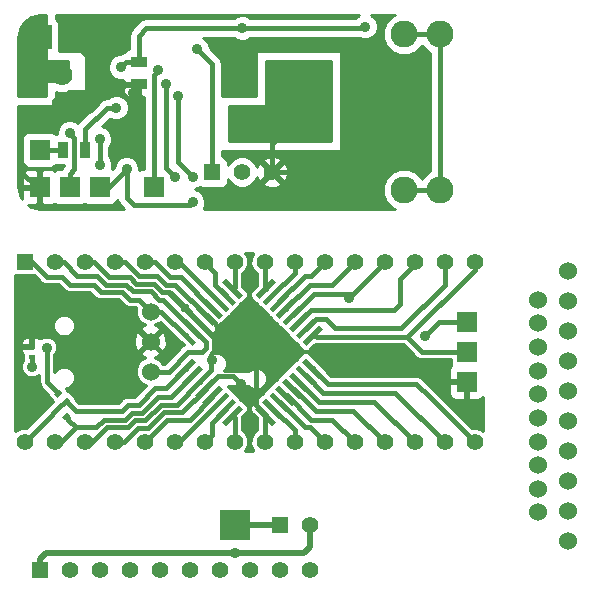
<source format=gbl>
G04 (created by PCBNEW (2013-dec-23)-stable) date Mon 09 Jun 2014 07:47:59 PM MDT*
%MOIN*%
G04 Gerber Fmt 3.4, Leading zero omitted, Abs format*
%FSLAX34Y34*%
G01*
G70*
G90*
G04 APERTURE LIST*
%ADD10C,0.00590551*%
%ADD11R,0.055X0.055*%
%ADD12C,0.055*%
%ADD13C,0.06*%
%ADD14R,0.07X0.07*%
%ADD15R,0.0591X0.0591*%
%ADD16C,0.0591*%
%ADD17C,0.08*%
%ADD18R,0.08X0.08*%
%ADD19C,0.07*%
%ADD20C,0.16*%
%ADD21C,0.09*%
%ADD22R,0.055X0.035*%
%ADD23R,0.035X0.055*%
%ADD24R,0.0236X0.0157*%
%ADD25R,0.1X0.1*%
%ADD26C,0.035*%
%ADD27C,0.015*%
%ADD28C,0.02*%
%ADD29C,0.06*%
%ADD30C,0.01*%
%ADD31C,0.013*%
G04 APERTURE END LIST*
G54D10*
G54D11*
X14500Y-28250D03*
G54D12*
X15500Y-28250D03*
X16500Y-28250D03*
X17500Y-28250D03*
X18500Y-28250D03*
X19500Y-28250D03*
X20500Y-28250D03*
X21500Y-28250D03*
X22500Y-28250D03*
X23500Y-28250D03*
G54D13*
X32100Y-27300D03*
X32100Y-26300D03*
X32100Y-25300D03*
X32100Y-24300D03*
X32100Y-23300D03*
X32100Y-22300D03*
X32100Y-21300D03*
X32100Y-20300D03*
X32100Y-19300D03*
X32100Y-18300D03*
X31100Y-26343D03*
X31100Y-25555D03*
X31100Y-24768D03*
X31100Y-23981D03*
X31100Y-23193D03*
X31100Y-22406D03*
X31100Y-21618D03*
X31100Y-20831D03*
X31100Y-20044D03*
X31100Y-19256D03*
G54D14*
X18300Y-15500D03*
G54D15*
X14150Y-12050D03*
G54D16*
X14150Y-13050D03*
G54D17*
X15750Y-10500D03*
G54D18*
X14500Y-10500D03*
G54D14*
X14500Y-14250D03*
G54D19*
X15250Y-12750D03*
X15250Y-11750D03*
G54D11*
X20250Y-15000D03*
G54D12*
X21250Y-15000D03*
X22250Y-15000D03*
G54D20*
X24550Y-15200D03*
G54D21*
X26650Y-10400D03*
X27850Y-10400D03*
X26650Y-15600D03*
X27850Y-15600D03*
G54D14*
X14500Y-15500D03*
X15500Y-15500D03*
X16500Y-15500D03*
G54D22*
X17800Y-11325D03*
X17800Y-12075D03*
G54D23*
X15275Y-14250D03*
X16025Y-14250D03*
G54D12*
X22000Y-18000D03*
X23000Y-18000D03*
X24000Y-18000D03*
X25000Y-18000D03*
X26000Y-18000D03*
X27000Y-18000D03*
X28000Y-18000D03*
X29000Y-18000D03*
G54D11*
X14000Y-18000D03*
G54D12*
X15000Y-18000D03*
X16000Y-18000D03*
X17000Y-18000D03*
X18000Y-18000D03*
X19000Y-18000D03*
X20000Y-18000D03*
X21000Y-18000D03*
X21000Y-24000D03*
X20000Y-24000D03*
X19000Y-24000D03*
X18000Y-24000D03*
X17000Y-24000D03*
X16000Y-24000D03*
X15000Y-24000D03*
X14000Y-24000D03*
X29000Y-24000D03*
X28000Y-24000D03*
X27000Y-24000D03*
X26000Y-24000D03*
X25000Y-24000D03*
X24000Y-24000D03*
X23000Y-24000D03*
X22000Y-24000D03*
G54D10*
G36*
X20591Y-18670D02*
X20716Y-18545D01*
X21273Y-19102D01*
X21147Y-19227D01*
X20591Y-18670D01*
X20591Y-18670D01*
G37*
G36*
X20368Y-18893D02*
X20493Y-18768D01*
X21050Y-19324D01*
X20925Y-19450D01*
X20368Y-18893D01*
X20368Y-18893D01*
G37*
G36*
X20145Y-19116D02*
X20271Y-18991D01*
X20827Y-19547D01*
X20702Y-19672D01*
X20145Y-19116D01*
X20145Y-19116D01*
G37*
G36*
X19923Y-19339D02*
X20048Y-19213D01*
X20604Y-19770D01*
X20479Y-19895D01*
X19923Y-19339D01*
X19923Y-19339D01*
G37*
G36*
X19700Y-19561D02*
X19825Y-19436D01*
X20382Y-19993D01*
X20256Y-20118D01*
X19700Y-19561D01*
X19700Y-19561D01*
G37*
G36*
X19477Y-19784D02*
X19602Y-19659D01*
X20159Y-20215D01*
X20034Y-20340D01*
X19477Y-19784D01*
X19477Y-19784D01*
G37*
G36*
X19254Y-20007D02*
X19380Y-19882D01*
X19936Y-20438D01*
X19811Y-20563D01*
X19254Y-20007D01*
X19254Y-20007D01*
G37*
G36*
X19032Y-20229D02*
X19157Y-20104D01*
X19713Y-20661D01*
X19588Y-20786D01*
X19032Y-20229D01*
X19032Y-20229D01*
G37*
G36*
X21696Y-22891D02*
X21821Y-22766D01*
X22378Y-23322D01*
X22253Y-23448D01*
X21696Y-22891D01*
X21696Y-22891D01*
G37*
G36*
X23259Y-21328D02*
X23384Y-21203D01*
X23940Y-21760D01*
X23815Y-21885D01*
X23259Y-21328D01*
X23259Y-21328D01*
G37*
G36*
X23033Y-21555D02*
X23158Y-21429D01*
X23714Y-21986D01*
X23589Y-22111D01*
X23033Y-21555D01*
X23033Y-21555D01*
G37*
G36*
X22806Y-21781D02*
X22931Y-21656D01*
X23488Y-22212D01*
X23363Y-22337D01*
X22806Y-21781D01*
X22806Y-21781D01*
G37*
G36*
X22587Y-22000D02*
X22712Y-21875D01*
X23269Y-22431D01*
X23144Y-22557D01*
X22587Y-22000D01*
X22587Y-22000D01*
G37*
G36*
X22361Y-22226D02*
X22486Y-22101D01*
X23042Y-22658D01*
X22917Y-22783D01*
X22361Y-22226D01*
X22361Y-22226D01*
G37*
G36*
X22142Y-22446D02*
X22267Y-22320D01*
X22823Y-22877D01*
X22698Y-23002D01*
X22142Y-22446D01*
X22142Y-22446D01*
G37*
G36*
X21915Y-22672D02*
X22040Y-22547D01*
X22597Y-23103D01*
X22472Y-23228D01*
X21915Y-22672D01*
X21915Y-22672D01*
G37*
G36*
X19029Y-21772D02*
X19585Y-21216D01*
X19711Y-21341D01*
X19154Y-21898D01*
X19029Y-21772D01*
X19029Y-21772D01*
G37*
G36*
X19251Y-21994D02*
X19807Y-21438D01*
X19933Y-21563D01*
X19376Y-22120D01*
X19251Y-21994D01*
X19251Y-21994D01*
G37*
G36*
X19474Y-22218D02*
X20031Y-21661D01*
X20156Y-21787D01*
X19600Y-22343D01*
X19474Y-22218D01*
X19474Y-22218D01*
G37*
G36*
X19696Y-22440D02*
X20253Y-21883D01*
X20378Y-22009D01*
X19822Y-22565D01*
X19696Y-22440D01*
X19696Y-22440D01*
G37*
G36*
X19920Y-22663D02*
X20476Y-22107D01*
X20601Y-22232D01*
X20045Y-22788D01*
X19920Y-22663D01*
X19920Y-22663D01*
G37*
G36*
X20142Y-22885D02*
X20698Y-22329D01*
X20824Y-22454D01*
X20267Y-23011D01*
X20142Y-22885D01*
X20142Y-22885D01*
G37*
G36*
X20365Y-23109D02*
X20922Y-22552D01*
X21047Y-22677D01*
X20490Y-23234D01*
X20365Y-23109D01*
X20365Y-23109D01*
G37*
G36*
X20587Y-23331D02*
X21144Y-22774D01*
X21269Y-22899D01*
X20712Y-23456D01*
X20587Y-23331D01*
X20587Y-23331D01*
G37*
G36*
X21703Y-19101D02*
X22260Y-18544D01*
X22385Y-18670D01*
X21828Y-19226D01*
X21703Y-19101D01*
X21703Y-19101D01*
G37*
G36*
X21922Y-19320D02*
X22479Y-18764D01*
X22604Y-18889D01*
X22048Y-19445D01*
X21922Y-19320D01*
X21922Y-19320D01*
G37*
G36*
X22149Y-19546D02*
X22705Y-18990D01*
X22830Y-19115D01*
X22274Y-19672D01*
X22149Y-19546D01*
X22149Y-19546D01*
G37*
G36*
X22368Y-19766D02*
X22924Y-19209D01*
X23049Y-19334D01*
X22493Y-19891D01*
X22368Y-19766D01*
X22368Y-19766D01*
G37*
G36*
X22587Y-19985D02*
X23144Y-19428D01*
X23269Y-19553D01*
X22712Y-20110D01*
X22587Y-19985D01*
X22587Y-19985D01*
G37*
G36*
X22813Y-20211D02*
X23370Y-19655D01*
X23495Y-19780D01*
X22938Y-20336D01*
X22813Y-20211D01*
X22813Y-20211D01*
G37*
G36*
X23040Y-20437D02*
X23596Y-19881D01*
X23721Y-20006D01*
X23165Y-20563D01*
X23040Y-20437D01*
X23040Y-20437D01*
G37*
G36*
X23266Y-20664D02*
X23822Y-20107D01*
X23948Y-20232D01*
X23391Y-20789D01*
X23266Y-20664D01*
X23266Y-20664D01*
G37*
G36*
X14985Y-22402D02*
X15152Y-22235D01*
X15263Y-22346D01*
X15096Y-22513D01*
X14985Y-22402D01*
X14985Y-22402D01*
G37*
G36*
X15236Y-22653D02*
X15403Y-22486D01*
X15514Y-22597D01*
X15347Y-22764D01*
X15236Y-22653D01*
X15236Y-22653D01*
G37*
G36*
X15514Y-23097D02*
X15347Y-23264D01*
X15236Y-23153D01*
X15403Y-22986D01*
X15514Y-23097D01*
X15514Y-23097D01*
G37*
G36*
X15263Y-22846D02*
X15096Y-23013D01*
X14985Y-22902D01*
X15152Y-22735D01*
X15263Y-22846D01*
X15263Y-22846D01*
G37*
G54D24*
X14250Y-20823D03*
X14250Y-21177D03*
G54D13*
X18200Y-19650D03*
X18200Y-21650D03*
X18200Y-20650D03*
G54D14*
X28750Y-22000D03*
X28750Y-21000D03*
X28750Y-20000D03*
G54D25*
X21000Y-26750D03*
G54D11*
X22500Y-26750D03*
G54D12*
X23500Y-26750D03*
G54D26*
X19750Y-10900D03*
X16500Y-13900D03*
X16500Y-14750D03*
X15500Y-13700D03*
X19600Y-15150D03*
X19100Y-12450D03*
X18700Y-12050D03*
X19000Y-15150D03*
X18450Y-11600D03*
X21000Y-27700D03*
X24800Y-19200D03*
X22150Y-20350D03*
X14250Y-21500D03*
X21200Y-22050D03*
X20250Y-21250D03*
X20950Y-20350D03*
X27350Y-20450D03*
X14750Y-20850D03*
X17600Y-12350D03*
X22600Y-13700D03*
X27750Y-22000D03*
X21650Y-19650D03*
X14250Y-19850D03*
X17050Y-12850D03*
X19600Y-16000D03*
X21250Y-10200D03*
X25350Y-10150D03*
X17400Y-14900D03*
X17200Y-11500D03*
G54D27*
X20250Y-11400D02*
X20250Y-15000D01*
X19750Y-10900D02*
X20250Y-11400D01*
X15275Y-14250D02*
X14500Y-14250D01*
X16500Y-14750D02*
X16500Y-13900D01*
X15500Y-15500D02*
X15500Y-15050D01*
X15650Y-13850D02*
X15500Y-13700D01*
X15650Y-14900D02*
X15650Y-13850D01*
X15500Y-15050D02*
X15650Y-14900D01*
X19100Y-14650D02*
X19100Y-12450D01*
X19100Y-14650D02*
X19600Y-15150D01*
X18700Y-14850D02*
X19000Y-15150D01*
X18700Y-12050D02*
X18700Y-14850D01*
X18300Y-11750D02*
X18300Y-15500D01*
X18450Y-11600D02*
X18300Y-11750D01*
X26650Y-10400D02*
X27850Y-10400D01*
X27850Y-10400D02*
X27850Y-15600D01*
X27850Y-15600D02*
X26650Y-15600D01*
G54D28*
X23500Y-26750D02*
X23500Y-27500D01*
X23300Y-27700D02*
X21000Y-27700D01*
X23500Y-27500D02*
X23300Y-27700D01*
X20000Y-27700D02*
X20750Y-27700D01*
X20750Y-27700D02*
X21000Y-27700D01*
X14500Y-27900D02*
X14500Y-28250D01*
X14700Y-27700D02*
X14500Y-27900D01*
X20000Y-27700D02*
X14700Y-27700D01*
G54D27*
X19373Y-20445D02*
X19345Y-20445D01*
X18550Y-19650D02*
X18200Y-19650D01*
X19345Y-20445D02*
X18550Y-19650D01*
X17250Y-19001D02*
X17251Y-19001D01*
X16551Y-19001D02*
X17250Y-19001D01*
X16300Y-18750D02*
X16551Y-19001D01*
X14000Y-18000D02*
X14250Y-18000D01*
X14250Y-18000D02*
X14750Y-18500D01*
X14750Y-18500D02*
X15250Y-18500D01*
X15250Y-18500D02*
X15500Y-18750D01*
X15500Y-18750D02*
X16200Y-18750D01*
X16200Y-18750D02*
X16300Y-18750D01*
X17500Y-19250D02*
X17800Y-19250D01*
X17800Y-19250D02*
X18200Y-19650D01*
X17251Y-19001D02*
X17500Y-19250D01*
X22263Y-19104D02*
X22263Y-19086D01*
X23000Y-18350D02*
X23000Y-18000D01*
X22263Y-19086D02*
X23000Y-18350D01*
X22489Y-19331D02*
X22489Y-19310D01*
X23550Y-18450D02*
X24000Y-18000D01*
X23350Y-18450D02*
X23550Y-18450D01*
X22489Y-19310D02*
X23350Y-18450D01*
X22709Y-19550D02*
X22709Y-19540D01*
X24250Y-18750D02*
X25000Y-18000D01*
X23500Y-18750D02*
X24250Y-18750D01*
X22709Y-19540D02*
X23500Y-18750D01*
X24950Y-19050D02*
X24800Y-19200D01*
X26000Y-18000D02*
X24950Y-19050D01*
X22928Y-19769D02*
X22930Y-19769D01*
X22930Y-19769D02*
X23650Y-19050D01*
X23650Y-19050D02*
X24950Y-19050D01*
X27000Y-18000D02*
X27000Y-18050D01*
X26300Y-19600D02*
X26200Y-19600D01*
X26500Y-19400D02*
X26300Y-19600D01*
X26500Y-18550D02*
X26500Y-19400D01*
X27000Y-18050D02*
X26500Y-18550D01*
X23154Y-19995D02*
X23154Y-19995D01*
X23154Y-19995D02*
X23550Y-19600D01*
X23550Y-19600D02*
X26200Y-19600D01*
X28000Y-18000D02*
X28000Y-18750D01*
X28000Y-18750D02*
X26550Y-20200D01*
X23380Y-20222D02*
X23380Y-20219D01*
X23700Y-19900D02*
X24050Y-19900D01*
X24050Y-19900D02*
X24350Y-20200D01*
X24350Y-20200D02*
X26550Y-20200D01*
X23380Y-20219D02*
X23700Y-19900D01*
X28750Y-21000D02*
X27250Y-21000D01*
X27250Y-21000D02*
X26750Y-20500D01*
X29000Y-18000D02*
X29000Y-18250D01*
X29000Y-18250D02*
X26750Y-20500D01*
X23607Y-20448D02*
X23698Y-20448D01*
X23698Y-20448D02*
X23750Y-20500D01*
X23750Y-20500D02*
X26750Y-20500D01*
X23600Y-21544D02*
X23600Y-21550D01*
X27050Y-22050D02*
X27500Y-22500D01*
X27500Y-22500D02*
X29000Y-24000D01*
X24100Y-22050D02*
X27050Y-22050D01*
X23600Y-21550D02*
X24100Y-22050D01*
X23373Y-21770D02*
X23373Y-21773D01*
X26350Y-22350D02*
X28000Y-24000D01*
X23950Y-22350D02*
X26350Y-22350D01*
X23373Y-21773D02*
X23950Y-22350D01*
X23147Y-21997D02*
X23147Y-21997D01*
X25650Y-22650D02*
X27000Y-24000D01*
X23800Y-22650D02*
X25650Y-22650D01*
X23147Y-21997D02*
X23800Y-22650D01*
X18200Y-21650D02*
X18800Y-21650D01*
X18800Y-21650D02*
X19450Y-21000D01*
X19595Y-20222D02*
X19622Y-20222D01*
X19900Y-21000D02*
X19450Y-21000D01*
X20050Y-20850D02*
X19900Y-21000D01*
X20050Y-20650D02*
X20050Y-20850D01*
X19622Y-20222D02*
X20050Y-20650D01*
X15000Y-18000D02*
X15300Y-18000D01*
X18622Y-19250D02*
X19595Y-20222D01*
X18492Y-19250D02*
X18622Y-19250D01*
X18219Y-18976D02*
X18492Y-19250D01*
X17619Y-18976D02*
X18219Y-18976D01*
X17394Y-18751D02*
X17619Y-18976D01*
X16698Y-18751D02*
X17394Y-18751D01*
X16398Y-18451D02*
X16698Y-18751D01*
X15751Y-18451D02*
X16398Y-18451D01*
X15300Y-18000D02*
X15751Y-18451D01*
X22928Y-22216D02*
X22966Y-22216D01*
X24950Y-22950D02*
X26000Y-24000D01*
X23700Y-22950D02*
X24950Y-22950D01*
X22966Y-22216D02*
X23700Y-22950D01*
X22702Y-22442D02*
X22742Y-22442D01*
X24250Y-23250D02*
X25000Y-24000D01*
X23550Y-23250D02*
X24250Y-23250D01*
X22742Y-22442D02*
X23550Y-23250D01*
X22482Y-22661D02*
X22511Y-22661D01*
X23500Y-23500D02*
X24000Y-24000D01*
X23350Y-23500D02*
X23500Y-23500D01*
X22511Y-22661D02*
X23350Y-23500D01*
X22256Y-22887D02*
X22287Y-22887D01*
X23000Y-23600D02*
X23000Y-24000D01*
X22287Y-22887D02*
X23000Y-23600D01*
X22037Y-23107D02*
X22037Y-23087D01*
X21700Y-20800D02*
X22150Y-20350D01*
X21700Y-22750D02*
X21700Y-20800D01*
X22037Y-23087D02*
X21700Y-22750D01*
X22000Y-24000D02*
X22000Y-23144D01*
X22000Y-23144D02*
X22037Y-23107D01*
X21000Y-24000D02*
X21000Y-23187D01*
X21000Y-23187D02*
X20928Y-23115D01*
X20000Y-24000D02*
X20250Y-23750D01*
X20250Y-23350D02*
X20706Y-22893D01*
X20250Y-23750D02*
X20250Y-23350D01*
X19000Y-24000D02*
X19153Y-24000D01*
X19153Y-24000D02*
X20483Y-22670D01*
X14250Y-21177D02*
X14250Y-21500D01*
X20261Y-22448D02*
X20261Y-22488D01*
X18750Y-23250D02*
X18000Y-24000D01*
X19500Y-23250D02*
X18750Y-23250D01*
X20261Y-22488D02*
X19500Y-23250D01*
X20037Y-22224D02*
X20037Y-22212D01*
X20037Y-22212D02*
X20450Y-21800D01*
X20950Y-21800D02*
X21200Y-22050D01*
X20450Y-21800D02*
X20950Y-21800D01*
X17000Y-24000D02*
X17300Y-24000D01*
X17300Y-24000D02*
X17776Y-23523D01*
X17776Y-23523D02*
X18123Y-23523D01*
X18123Y-23523D02*
X18646Y-22999D01*
X18646Y-22999D02*
X19262Y-22999D01*
X19262Y-22999D02*
X20037Y-22224D01*
X20037Y-22212D02*
X20037Y-22224D01*
X20200Y-21600D02*
X20200Y-21300D01*
X19815Y-21984D02*
X20200Y-21600D01*
X19815Y-22002D02*
X19815Y-21984D01*
X20200Y-21300D02*
X20250Y-21250D01*
X16000Y-24000D02*
X16250Y-24000D01*
X19068Y-22749D02*
X19815Y-22002D01*
X18542Y-22749D02*
X19068Y-22749D01*
X18019Y-23273D02*
X18542Y-22749D01*
X17673Y-23273D02*
X18019Y-23273D01*
X17446Y-23500D02*
X17673Y-23273D01*
X16750Y-23500D02*
X17446Y-23500D01*
X16250Y-24000D02*
X16750Y-23500D01*
X19847Y-22002D02*
X19815Y-22002D01*
X15700Y-23500D02*
X15450Y-23250D01*
X15450Y-23200D02*
X15375Y-23125D01*
X15450Y-23250D02*
X15450Y-23200D01*
X15000Y-24000D02*
X15200Y-24000D01*
X18871Y-22499D02*
X19592Y-21779D01*
X18439Y-22499D02*
X18871Y-22499D01*
X17916Y-23023D02*
X18439Y-22499D01*
X17569Y-23023D02*
X17916Y-23023D01*
X17342Y-23249D02*
X17569Y-23023D01*
X16646Y-23249D02*
X17342Y-23249D01*
X16396Y-23500D02*
X16646Y-23249D01*
X15700Y-23500D02*
X16396Y-23500D01*
X15200Y-24000D02*
X15700Y-23500D01*
X19620Y-21750D02*
X19592Y-21779D01*
X19620Y-21729D02*
X19620Y-21750D01*
X15124Y-22874D02*
X15125Y-22874D01*
X15125Y-22874D02*
X15375Y-22625D01*
X19370Y-21557D02*
X19342Y-21557D01*
X19342Y-21557D02*
X18700Y-22200D01*
X18700Y-22200D02*
X18350Y-22200D01*
X18350Y-22200D02*
X17800Y-22750D01*
X17800Y-22750D02*
X17450Y-22750D01*
X17450Y-22750D02*
X17250Y-22950D01*
X17250Y-22950D02*
X15700Y-22950D01*
X15700Y-22950D02*
X15375Y-22625D01*
X15124Y-22874D02*
X15124Y-22875D01*
X15124Y-22875D02*
X14750Y-23250D01*
X14750Y-23250D02*
X14000Y-24000D01*
X20041Y-19777D02*
X20077Y-19777D01*
X20650Y-20350D02*
X20950Y-20350D01*
X20077Y-19777D02*
X20650Y-20350D01*
X28750Y-20000D02*
X27800Y-20000D01*
X27800Y-20000D02*
X27350Y-20450D01*
X17000Y-18000D02*
X17350Y-18000D01*
X17350Y-18000D02*
X17826Y-18476D01*
X17826Y-18476D02*
X18426Y-18476D01*
X18426Y-18476D02*
X18700Y-18750D01*
X18700Y-18750D02*
X19013Y-18750D01*
X19013Y-18750D02*
X20041Y-19777D01*
X14750Y-22000D02*
X14750Y-21250D01*
X14750Y-20850D02*
X14750Y-21250D01*
X15124Y-22374D02*
X14750Y-22000D01*
X18000Y-18000D02*
X18350Y-18000D01*
X19209Y-18500D02*
X20263Y-19554D01*
X18850Y-18500D02*
X19209Y-18500D01*
X18350Y-18000D02*
X18850Y-18500D01*
X19000Y-18000D02*
X19154Y-18000D01*
X19154Y-18000D02*
X20486Y-19331D01*
X20000Y-18000D02*
X20350Y-18350D01*
X20350Y-18749D02*
X20709Y-19109D01*
X20350Y-18350D02*
X20350Y-18749D01*
X21000Y-18000D02*
X21000Y-18818D01*
X21000Y-18818D02*
X20932Y-18886D01*
X22000Y-18000D02*
X22000Y-18841D01*
X22000Y-18841D02*
X22044Y-18885D01*
X17800Y-12075D02*
X17800Y-12150D01*
X17800Y-12150D02*
X17600Y-12350D01*
X22250Y-14050D02*
X22250Y-15000D01*
X22250Y-14050D02*
X22600Y-13700D01*
X17800Y-12075D02*
X16825Y-12075D01*
X16825Y-12075D02*
X16350Y-11600D01*
X14500Y-15500D02*
X14400Y-15500D01*
X13850Y-13350D02*
X14150Y-13050D01*
X13850Y-14950D02*
X13850Y-13350D01*
X14400Y-15500D02*
X13850Y-14950D01*
G54D29*
X15750Y-10500D02*
X16350Y-11100D01*
X16100Y-12750D02*
X15250Y-12750D01*
X16350Y-12500D02*
X16100Y-12750D01*
X16350Y-11100D02*
X16350Y-11600D01*
X16350Y-11600D02*
X16350Y-12500D01*
G54D27*
X23700Y-15000D02*
X24350Y-15000D01*
X24350Y-15000D02*
X24550Y-15200D01*
X22250Y-15000D02*
X23700Y-15000D01*
X23700Y-15000D02*
X23750Y-15000D01*
X19818Y-20000D02*
X19818Y-20018D01*
X19818Y-20018D02*
X20800Y-21000D01*
X21650Y-20450D02*
X21650Y-19650D01*
X21100Y-21000D02*
X21650Y-20450D01*
X20800Y-21000D02*
X21100Y-21000D01*
X27750Y-22000D02*
X28750Y-22000D01*
X16000Y-18000D02*
X16300Y-18000D01*
X18818Y-19000D02*
X19818Y-20000D01*
X18596Y-19000D02*
X18818Y-19000D01*
X18323Y-18726D02*
X18596Y-19000D01*
X17723Y-18726D02*
X18323Y-18726D01*
X17498Y-18501D02*
X17723Y-18726D01*
X16801Y-18501D02*
X17498Y-18501D01*
X16300Y-18000D02*
X16801Y-18501D01*
X19818Y-20000D02*
X19818Y-20018D01*
X14250Y-20823D02*
X14250Y-19850D01*
G54D28*
X21000Y-26750D02*
X22500Y-26750D01*
G54D27*
X16025Y-14250D02*
X16025Y-13575D01*
X16750Y-12850D02*
X17050Y-12850D01*
X16025Y-13575D02*
X16750Y-12850D01*
X17400Y-14900D02*
X17400Y-15850D01*
X19500Y-16100D02*
X19600Y-16000D01*
X17650Y-16100D02*
X19500Y-16100D01*
X17400Y-15850D02*
X17650Y-16100D01*
X17800Y-11325D02*
X17800Y-10450D01*
X18050Y-10200D02*
X21250Y-10200D01*
X17800Y-10450D02*
X18050Y-10200D01*
X25300Y-10200D02*
X21250Y-10200D01*
X25350Y-10150D02*
X25300Y-10200D01*
X16500Y-15500D02*
X16800Y-15500D01*
X16800Y-15500D02*
X17400Y-14900D01*
X17800Y-11325D02*
X17375Y-11325D01*
X17375Y-11325D02*
X17200Y-11500D01*
G54D10*
G36*
X25157Y-9769D02*
X25109Y-9789D01*
X25023Y-9875D01*
X21526Y-9875D01*
X21491Y-9839D01*
X21334Y-9775D01*
X21165Y-9774D01*
X21009Y-9839D01*
X20974Y-9875D01*
X18050Y-9875D01*
X18050Y-9874D01*
X17925Y-9899D01*
X17820Y-9970D01*
X17820Y-9970D01*
X17570Y-10220D01*
X17499Y-10325D01*
X17475Y-10450D01*
X17475Y-10900D01*
X17383Y-10938D01*
X17313Y-11008D01*
X17311Y-11012D01*
X17250Y-11024D01*
X17175Y-11074D01*
X17175Y-11074D01*
X17115Y-11074D01*
X16959Y-11139D01*
X16839Y-11258D01*
X16775Y-11415D01*
X16774Y-11584D01*
X16839Y-11740D01*
X16958Y-11860D01*
X17115Y-11924D01*
X17275Y-11925D01*
X17275Y-11962D01*
X17337Y-12025D01*
X17750Y-12025D01*
X17750Y-12017D01*
X17850Y-12017D01*
X17850Y-12025D01*
X17857Y-12025D01*
X17857Y-12125D01*
X17850Y-12125D01*
X17850Y-12437D01*
X17912Y-12500D01*
X17975Y-12500D01*
X17975Y-14900D01*
X17900Y-14900D01*
X17824Y-14931D01*
X17825Y-14815D01*
X17760Y-14659D01*
X17750Y-14649D01*
X17750Y-12437D01*
X17750Y-12125D01*
X17337Y-12125D01*
X17275Y-12187D01*
X17275Y-12299D01*
X17313Y-12391D01*
X17383Y-12461D01*
X17475Y-12500D01*
X17574Y-12500D01*
X17687Y-12500D01*
X17750Y-12437D01*
X17750Y-14649D01*
X17641Y-14539D01*
X17484Y-14475D01*
X17315Y-14474D01*
X17159Y-14539D01*
X17039Y-14658D01*
X16975Y-14815D01*
X16975Y-14865D01*
X16928Y-14911D01*
X16899Y-14900D01*
X16897Y-14900D01*
X16924Y-14834D01*
X16925Y-14665D01*
X16860Y-14509D01*
X16825Y-14474D01*
X16825Y-14176D01*
X16860Y-14141D01*
X16924Y-13984D01*
X16925Y-13815D01*
X16860Y-13659D01*
X16741Y-13539D01*
X16584Y-13475D01*
X16584Y-13475D01*
X16837Y-13221D01*
X16965Y-13274D01*
X17134Y-13275D01*
X17290Y-13210D01*
X17410Y-13091D01*
X17474Y-12934D01*
X17475Y-12765D01*
X17410Y-12609D01*
X17291Y-12489D01*
X17134Y-12425D01*
X16965Y-12424D01*
X16809Y-12489D01*
X16774Y-12525D01*
X16750Y-12525D01*
X16625Y-12549D01*
X16583Y-12577D01*
X16520Y-12620D01*
X16520Y-12620D01*
X15795Y-13345D01*
X15775Y-13374D01*
X15741Y-13339D01*
X15584Y-13275D01*
X15415Y-13274D01*
X15259Y-13339D01*
X15139Y-13458D01*
X15075Y-13615D01*
X15074Y-13725D01*
X15050Y-13725D01*
X15034Y-13731D01*
X14991Y-13688D01*
X14899Y-13650D01*
X14800Y-13650D01*
X14100Y-13650D01*
X14008Y-13688D01*
X13938Y-13758D01*
X13900Y-13850D01*
X13900Y-13949D01*
X13900Y-14649D01*
X13938Y-14741D01*
X14008Y-14811D01*
X14100Y-14850D01*
X14199Y-14850D01*
X14899Y-14850D01*
X14991Y-14811D01*
X15034Y-14768D01*
X15050Y-14775D01*
X15149Y-14775D01*
X15315Y-14775D01*
X15270Y-14820D01*
X15216Y-14900D01*
X15100Y-14900D01*
X15008Y-14938D01*
X15000Y-14946D01*
X14991Y-14938D01*
X14899Y-14900D01*
X14612Y-14900D01*
X14550Y-14962D01*
X14550Y-15450D01*
X14557Y-15450D01*
X14557Y-15550D01*
X14550Y-15550D01*
X14550Y-16037D01*
X14612Y-16100D01*
X14899Y-16100D01*
X14991Y-16061D01*
X14999Y-16053D01*
X15008Y-16061D01*
X15100Y-16100D01*
X15199Y-16100D01*
X15899Y-16100D01*
X15991Y-16061D01*
X15999Y-16053D01*
X16008Y-16061D01*
X16100Y-16100D01*
X16199Y-16100D01*
X16899Y-16100D01*
X16991Y-16061D01*
X17061Y-15991D01*
X17089Y-15924D01*
X17099Y-15974D01*
X17170Y-16079D01*
X17320Y-16230D01*
X14526Y-16230D01*
X14222Y-16169D01*
X14118Y-16100D01*
X14387Y-16100D01*
X14450Y-16037D01*
X14450Y-15550D01*
X14450Y-15450D01*
X14450Y-14962D01*
X14387Y-14900D01*
X14100Y-14900D01*
X14008Y-14938D01*
X13938Y-15008D01*
X13900Y-15100D01*
X13900Y-15199D01*
X13900Y-15387D01*
X13962Y-15450D01*
X14450Y-15450D01*
X14450Y-15550D01*
X13962Y-15550D01*
X13900Y-15612D01*
X13900Y-15800D01*
X13900Y-15881D01*
X13830Y-15777D01*
X13769Y-15473D01*
X13769Y-12800D01*
X15050Y-12800D01*
X15050Y-12316D01*
X15130Y-12349D01*
X15368Y-12350D01*
X15490Y-12300D01*
X16050Y-12300D01*
X16050Y-10950D01*
X15149Y-10950D01*
X15150Y-10949D01*
X15150Y-10850D01*
X15150Y-10050D01*
X15111Y-9958D01*
X15050Y-9896D01*
X15050Y-9769D01*
X25157Y-9769D01*
X25157Y-9769D01*
G37*
G54D30*
X25157Y-9769D02*
X25109Y-9789D01*
X25023Y-9875D01*
X21526Y-9875D01*
X21491Y-9839D01*
X21334Y-9775D01*
X21165Y-9774D01*
X21009Y-9839D01*
X20974Y-9875D01*
X18050Y-9875D01*
X18050Y-9874D01*
X17925Y-9899D01*
X17820Y-9970D01*
X17820Y-9970D01*
X17570Y-10220D01*
X17499Y-10325D01*
X17475Y-10450D01*
X17475Y-10900D01*
X17383Y-10938D01*
X17313Y-11008D01*
X17311Y-11012D01*
X17250Y-11024D01*
X17175Y-11074D01*
X17175Y-11074D01*
X17115Y-11074D01*
X16959Y-11139D01*
X16839Y-11258D01*
X16775Y-11415D01*
X16774Y-11584D01*
X16839Y-11740D01*
X16958Y-11860D01*
X17115Y-11924D01*
X17275Y-11925D01*
X17275Y-11962D01*
X17337Y-12025D01*
X17750Y-12025D01*
X17750Y-12017D01*
X17850Y-12017D01*
X17850Y-12025D01*
X17857Y-12025D01*
X17857Y-12125D01*
X17850Y-12125D01*
X17850Y-12437D01*
X17912Y-12500D01*
X17975Y-12500D01*
X17975Y-14900D01*
X17900Y-14900D01*
X17824Y-14931D01*
X17825Y-14815D01*
X17760Y-14659D01*
X17750Y-14649D01*
X17750Y-12437D01*
X17750Y-12125D01*
X17337Y-12125D01*
X17275Y-12187D01*
X17275Y-12299D01*
X17313Y-12391D01*
X17383Y-12461D01*
X17475Y-12500D01*
X17574Y-12500D01*
X17687Y-12500D01*
X17750Y-12437D01*
X17750Y-14649D01*
X17641Y-14539D01*
X17484Y-14475D01*
X17315Y-14474D01*
X17159Y-14539D01*
X17039Y-14658D01*
X16975Y-14815D01*
X16975Y-14865D01*
X16928Y-14911D01*
X16899Y-14900D01*
X16897Y-14900D01*
X16924Y-14834D01*
X16925Y-14665D01*
X16860Y-14509D01*
X16825Y-14474D01*
X16825Y-14176D01*
X16860Y-14141D01*
X16924Y-13984D01*
X16925Y-13815D01*
X16860Y-13659D01*
X16741Y-13539D01*
X16584Y-13475D01*
X16584Y-13475D01*
X16837Y-13221D01*
X16965Y-13274D01*
X17134Y-13275D01*
X17290Y-13210D01*
X17410Y-13091D01*
X17474Y-12934D01*
X17475Y-12765D01*
X17410Y-12609D01*
X17291Y-12489D01*
X17134Y-12425D01*
X16965Y-12424D01*
X16809Y-12489D01*
X16774Y-12525D01*
X16750Y-12525D01*
X16625Y-12549D01*
X16583Y-12577D01*
X16520Y-12620D01*
X16520Y-12620D01*
X15795Y-13345D01*
X15775Y-13374D01*
X15741Y-13339D01*
X15584Y-13275D01*
X15415Y-13274D01*
X15259Y-13339D01*
X15139Y-13458D01*
X15075Y-13615D01*
X15074Y-13725D01*
X15050Y-13725D01*
X15034Y-13731D01*
X14991Y-13688D01*
X14899Y-13650D01*
X14800Y-13650D01*
X14100Y-13650D01*
X14008Y-13688D01*
X13938Y-13758D01*
X13900Y-13850D01*
X13900Y-13949D01*
X13900Y-14649D01*
X13938Y-14741D01*
X14008Y-14811D01*
X14100Y-14850D01*
X14199Y-14850D01*
X14899Y-14850D01*
X14991Y-14811D01*
X15034Y-14768D01*
X15050Y-14775D01*
X15149Y-14775D01*
X15315Y-14775D01*
X15270Y-14820D01*
X15216Y-14900D01*
X15100Y-14900D01*
X15008Y-14938D01*
X15000Y-14946D01*
X14991Y-14938D01*
X14899Y-14900D01*
X14612Y-14900D01*
X14550Y-14962D01*
X14550Y-15450D01*
X14557Y-15450D01*
X14557Y-15550D01*
X14550Y-15550D01*
X14550Y-16037D01*
X14612Y-16100D01*
X14899Y-16100D01*
X14991Y-16061D01*
X14999Y-16053D01*
X15008Y-16061D01*
X15100Y-16100D01*
X15199Y-16100D01*
X15899Y-16100D01*
X15991Y-16061D01*
X15999Y-16053D01*
X16008Y-16061D01*
X16100Y-16100D01*
X16199Y-16100D01*
X16899Y-16100D01*
X16991Y-16061D01*
X17061Y-15991D01*
X17089Y-15924D01*
X17099Y-15974D01*
X17170Y-16079D01*
X17320Y-16230D01*
X14526Y-16230D01*
X14222Y-16169D01*
X14118Y-16100D01*
X14387Y-16100D01*
X14450Y-16037D01*
X14450Y-15550D01*
X14450Y-15450D01*
X14450Y-14962D01*
X14387Y-14900D01*
X14100Y-14900D01*
X14008Y-14938D01*
X13938Y-15008D01*
X13900Y-15100D01*
X13900Y-15199D01*
X13900Y-15387D01*
X13962Y-15450D01*
X14450Y-15450D01*
X14450Y-15550D01*
X13962Y-15550D01*
X13900Y-15612D01*
X13900Y-15800D01*
X13900Y-15881D01*
X13830Y-15777D01*
X13769Y-15473D01*
X13769Y-12800D01*
X15050Y-12800D01*
X15050Y-12316D01*
X15130Y-12349D01*
X15368Y-12350D01*
X15490Y-12300D01*
X16050Y-12300D01*
X16050Y-10950D01*
X15149Y-10950D01*
X15150Y-10949D01*
X15150Y-10850D01*
X15150Y-10050D01*
X15111Y-9958D01*
X15050Y-9896D01*
X15050Y-9769D01*
X25157Y-9769D01*
G54D10*
G36*
X27525Y-14976D02*
X27454Y-15006D01*
X27256Y-15202D01*
X27250Y-15219D01*
X27243Y-15204D01*
X27047Y-15006D01*
X26789Y-14900D01*
X26511Y-14899D01*
X26254Y-15006D01*
X26056Y-15202D01*
X25950Y-15460D01*
X25949Y-15738D01*
X26056Y-15996D01*
X26252Y-16193D01*
X26342Y-16230D01*
X24550Y-16230D01*
X22779Y-16230D01*
X22779Y-15075D01*
X22768Y-14867D01*
X22710Y-14727D01*
X22617Y-14702D01*
X22547Y-14773D01*
X22547Y-14632D01*
X22522Y-14539D01*
X22325Y-14470D01*
X22117Y-14481D01*
X21977Y-14539D01*
X21952Y-14632D01*
X22250Y-14929D01*
X22547Y-14632D01*
X22547Y-14773D01*
X22320Y-15000D01*
X22617Y-15297D01*
X22710Y-15272D01*
X22779Y-15075D01*
X22779Y-16230D01*
X22547Y-16230D01*
X22547Y-15367D01*
X22250Y-15070D01*
X21952Y-15367D01*
X21977Y-15460D01*
X22174Y-15529D01*
X22382Y-15518D01*
X22522Y-15460D01*
X22547Y-15367D01*
X22547Y-16230D01*
X19964Y-16230D01*
X20024Y-16084D01*
X20025Y-15915D01*
X19960Y-15759D01*
X19841Y-15639D01*
X19684Y-15575D01*
X19684Y-15575D01*
X19840Y-15510D01*
X19855Y-15495D01*
X19925Y-15525D01*
X20024Y-15525D01*
X20574Y-15525D01*
X20666Y-15486D01*
X20736Y-15416D01*
X20775Y-15324D01*
X20775Y-15225D01*
X20775Y-15225D01*
X20804Y-15297D01*
X20952Y-15444D01*
X21145Y-15524D01*
X21353Y-15525D01*
X21547Y-15445D01*
X21694Y-15297D01*
X21747Y-15171D01*
X21789Y-15272D01*
X21882Y-15297D01*
X22179Y-15000D01*
X21882Y-14702D01*
X21789Y-14727D01*
X21750Y-14837D01*
X21695Y-14703D01*
X21547Y-14555D01*
X21354Y-14475D01*
X21146Y-14474D01*
X20953Y-14554D01*
X20805Y-14702D01*
X20775Y-14774D01*
X20775Y-14675D01*
X20736Y-14583D01*
X20666Y-14513D01*
X20575Y-14475D01*
X20575Y-14300D01*
X24550Y-14300D01*
X24550Y-10950D01*
X21700Y-10950D01*
X21700Y-12450D01*
X20575Y-12450D01*
X20575Y-11400D01*
X20550Y-11275D01*
X20550Y-11275D01*
X20522Y-11233D01*
X20479Y-11170D01*
X20479Y-11170D01*
X20175Y-10865D01*
X20175Y-10815D01*
X20110Y-10659D01*
X19991Y-10539D01*
X19955Y-10525D01*
X20973Y-10525D01*
X21008Y-10560D01*
X21165Y-10624D01*
X21334Y-10625D01*
X21490Y-10560D01*
X21525Y-10525D01*
X25144Y-10525D01*
X25265Y-10574D01*
X25434Y-10575D01*
X25590Y-10510D01*
X25710Y-10391D01*
X25774Y-10234D01*
X25775Y-10065D01*
X25710Y-9909D01*
X25591Y-9789D01*
X25542Y-9769D01*
X26342Y-9769D01*
X26254Y-9806D01*
X26056Y-10002D01*
X25950Y-10260D01*
X25949Y-10538D01*
X26056Y-10796D01*
X26252Y-10993D01*
X26510Y-11099D01*
X26788Y-11100D01*
X27046Y-10993D01*
X27243Y-10797D01*
X27249Y-10780D01*
X27256Y-10796D01*
X27452Y-10993D01*
X27525Y-11022D01*
X27525Y-14976D01*
X27525Y-14976D01*
G37*
G54D30*
X27525Y-14976D02*
X27454Y-15006D01*
X27256Y-15202D01*
X27250Y-15219D01*
X27243Y-15204D01*
X27047Y-15006D01*
X26789Y-14900D01*
X26511Y-14899D01*
X26254Y-15006D01*
X26056Y-15202D01*
X25950Y-15460D01*
X25949Y-15738D01*
X26056Y-15996D01*
X26252Y-16193D01*
X26342Y-16230D01*
X24550Y-16230D01*
X22779Y-16230D01*
X22779Y-15075D01*
X22768Y-14867D01*
X22710Y-14727D01*
X22617Y-14702D01*
X22547Y-14773D01*
X22547Y-14632D01*
X22522Y-14539D01*
X22325Y-14470D01*
X22117Y-14481D01*
X21977Y-14539D01*
X21952Y-14632D01*
X22250Y-14929D01*
X22547Y-14632D01*
X22547Y-14773D01*
X22320Y-15000D01*
X22617Y-15297D01*
X22710Y-15272D01*
X22779Y-15075D01*
X22779Y-16230D01*
X22547Y-16230D01*
X22547Y-15367D01*
X22250Y-15070D01*
X21952Y-15367D01*
X21977Y-15460D01*
X22174Y-15529D01*
X22382Y-15518D01*
X22522Y-15460D01*
X22547Y-15367D01*
X22547Y-16230D01*
X19964Y-16230D01*
X20024Y-16084D01*
X20025Y-15915D01*
X19960Y-15759D01*
X19841Y-15639D01*
X19684Y-15575D01*
X19684Y-15575D01*
X19840Y-15510D01*
X19855Y-15495D01*
X19925Y-15525D01*
X20024Y-15525D01*
X20574Y-15525D01*
X20666Y-15486D01*
X20736Y-15416D01*
X20775Y-15324D01*
X20775Y-15225D01*
X20775Y-15225D01*
X20804Y-15297D01*
X20952Y-15444D01*
X21145Y-15524D01*
X21353Y-15525D01*
X21547Y-15445D01*
X21694Y-15297D01*
X21747Y-15171D01*
X21789Y-15272D01*
X21882Y-15297D01*
X22179Y-15000D01*
X21882Y-14702D01*
X21789Y-14727D01*
X21750Y-14837D01*
X21695Y-14703D01*
X21547Y-14555D01*
X21354Y-14475D01*
X21146Y-14474D01*
X20953Y-14554D01*
X20805Y-14702D01*
X20775Y-14774D01*
X20775Y-14675D01*
X20736Y-14583D01*
X20666Y-14513D01*
X20575Y-14475D01*
X20575Y-14300D01*
X24550Y-14300D01*
X24550Y-10950D01*
X21700Y-10950D01*
X21700Y-12450D01*
X20575Y-12450D01*
X20575Y-11400D01*
X20550Y-11275D01*
X20550Y-11275D01*
X20522Y-11233D01*
X20479Y-11170D01*
X20479Y-11170D01*
X20175Y-10865D01*
X20175Y-10815D01*
X20110Y-10659D01*
X19991Y-10539D01*
X19955Y-10525D01*
X20973Y-10525D01*
X21008Y-10560D01*
X21165Y-10624D01*
X21334Y-10625D01*
X21490Y-10560D01*
X21525Y-10525D01*
X25144Y-10525D01*
X25265Y-10574D01*
X25434Y-10575D01*
X25590Y-10510D01*
X25710Y-10391D01*
X25774Y-10234D01*
X25775Y-10065D01*
X25710Y-9909D01*
X25591Y-9789D01*
X25542Y-9769D01*
X26342Y-9769D01*
X26254Y-9806D01*
X26056Y-10002D01*
X25950Y-10260D01*
X25949Y-10538D01*
X26056Y-10796D01*
X26252Y-10993D01*
X26510Y-11099D01*
X26788Y-11100D01*
X27046Y-10993D01*
X27243Y-10797D01*
X27249Y-10780D01*
X27256Y-10796D01*
X27452Y-10993D01*
X27525Y-11022D01*
X27525Y-14976D01*
G54D10*
G36*
X24200Y-13950D02*
X20800Y-13950D01*
X20800Y-12800D01*
X22050Y-12800D01*
X22050Y-11300D01*
X24200Y-11300D01*
X24200Y-13950D01*
X24200Y-13950D01*
G37*
G54D30*
X24200Y-13950D02*
X20800Y-13950D01*
X20800Y-12800D01*
X22050Y-12800D01*
X22050Y-11300D01*
X24200Y-11300D01*
X24200Y-13950D01*
G54D10*
G36*
X15450Y-11950D02*
X14700Y-11950D01*
X14700Y-12450D01*
X13769Y-12450D01*
X13769Y-10526D01*
X13830Y-10222D01*
X13987Y-9987D01*
X14222Y-9830D01*
X14526Y-9769D01*
X14700Y-9769D01*
X14700Y-11300D01*
X15450Y-11300D01*
X15450Y-11950D01*
X15450Y-11950D01*
G37*
G54D30*
X15450Y-11950D02*
X14700Y-11950D01*
X14700Y-12450D01*
X13769Y-12450D01*
X13769Y-10526D01*
X13830Y-10222D01*
X13987Y-9987D01*
X14222Y-9830D01*
X14526Y-9769D01*
X14700Y-9769D01*
X14700Y-11300D01*
X15450Y-11300D01*
X15450Y-11950D01*
G54D10*
G36*
X16055Y-18005D02*
X16005Y-18055D01*
X16000Y-18049D01*
X15994Y-18055D01*
X15944Y-18005D01*
X15950Y-18000D01*
X15944Y-17994D01*
X15994Y-17944D01*
X16000Y-17950D01*
X16005Y-17944D01*
X16055Y-17994D01*
X16049Y-18000D01*
X16055Y-18005D01*
X16055Y-18005D01*
G37*
G54D31*
X16055Y-18005D02*
X16005Y-18055D01*
X16000Y-18049D01*
X15994Y-18055D01*
X15944Y-18005D01*
X15950Y-18000D01*
X15944Y-17994D01*
X15994Y-17944D01*
X16000Y-17950D01*
X16005Y-17944D01*
X16055Y-17994D01*
X16049Y-18000D01*
X16055Y-18005D01*
G54D10*
G36*
X19304Y-20778D02*
X19259Y-20809D01*
X19259Y-20809D01*
X18767Y-21300D01*
X18767Y-20750D01*
X18762Y-20525D01*
X18685Y-20340D01*
X18584Y-20315D01*
X18249Y-20650D01*
X18584Y-20984D01*
X18685Y-20959D01*
X18767Y-20750D01*
X18767Y-21300D01*
X18688Y-21380D01*
X18624Y-21380D01*
X18619Y-21369D01*
X18480Y-21230D01*
X18380Y-21189D01*
X18509Y-21135D01*
X18534Y-21034D01*
X18200Y-20699D01*
X18150Y-20748D01*
X18150Y-20650D01*
X17815Y-20315D01*
X17714Y-20340D01*
X17632Y-20549D01*
X17637Y-20774D01*
X17714Y-20959D01*
X17815Y-20984D01*
X18150Y-20650D01*
X18150Y-20748D01*
X17865Y-21034D01*
X17890Y-21135D01*
X18023Y-21187D01*
X17919Y-21230D01*
X17780Y-21369D01*
X17705Y-21551D01*
X17704Y-21748D01*
X17780Y-21930D01*
X17919Y-22069D01*
X18046Y-22122D01*
X17688Y-22480D01*
X17450Y-22480D01*
X17346Y-22500D01*
X17259Y-22559D01*
X17259Y-22559D01*
X17138Y-22680D01*
X15811Y-22680D01*
X15709Y-22577D01*
X15709Y-22558D01*
X15679Y-22486D01*
X15624Y-22432D01*
X15513Y-22320D01*
X15453Y-22296D01*
X15429Y-22236D01*
X15424Y-22231D01*
X15545Y-22181D01*
X15650Y-22076D01*
X15706Y-21940D01*
X15707Y-21792D01*
X15707Y-20060D01*
X15650Y-19923D01*
X15545Y-19818D01*
X15409Y-19762D01*
X15261Y-19761D01*
X15124Y-19818D01*
X15019Y-19923D01*
X14963Y-20059D01*
X14962Y-20207D01*
X15019Y-20344D01*
X15124Y-20449D01*
X15260Y-20505D01*
X15408Y-20506D01*
X15545Y-20449D01*
X15650Y-20344D01*
X15706Y-20208D01*
X15707Y-20060D01*
X15707Y-21792D01*
X15650Y-21655D01*
X15545Y-21550D01*
X15409Y-21494D01*
X15261Y-21493D01*
X15124Y-21550D01*
X15020Y-21654D01*
X15020Y-21250D01*
X15020Y-21103D01*
X15063Y-21059D01*
X15119Y-20923D01*
X15120Y-20776D01*
X15063Y-20640D01*
X14959Y-20536D01*
X14823Y-20480D01*
X14676Y-20479D01*
X14540Y-20536D01*
X14537Y-20539D01*
X14518Y-20519D01*
X14420Y-20479D01*
X14315Y-20479D01*
X14351Y-20479D01*
X14285Y-20545D01*
X14285Y-20788D01*
X14292Y-20788D01*
X14292Y-20858D01*
X14285Y-20858D01*
X14285Y-20865D01*
X14215Y-20865D01*
X14215Y-20858D01*
X14215Y-20788D01*
X14215Y-20545D01*
X14148Y-20479D01*
X14184Y-20479D01*
X14079Y-20479D01*
X13981Y-20519D01*
X13907Y-20594D01*
X13866Y-20692D01*
X13867Y-20721D01*
X13933Y-20788D01*
X14215Y-20788D01*
X14215Y-20858D01*
X13933Y-20858D01*
X13867Y-20924D01*
X13866Y-20953D01*
X13907Y-21051D01*
X13937Y-21081D01*
X13936Y-21137D01*
X13936Y-21289D01*
X13936Y-21290D01*
X13880Y-21426D01*
X13879Y-21573D01*
X13936Y-21709D01*
X14040Y-21813D01*
X14176Y-21869D01*
X14323Y-21870D01*
X14459Y-21813D01*
X14480Y-21793D01*
X14480Y-22000D01*
X14500Y-22103D01*
X14559Y-22190D01*
X14790Y-22422D01*
X14790Y-22441D01*
X14820Y-22513D01*
X14875Y-22567D01*
X14960Y-22652D01*
X14820Y-22792D01*
X14816Y-22801D01*
X14559Y-23059D01*
X14559Y-23059D01*
X14088Y-23530D01*
X13906Y-23529D01*
X13734Y-23601D01*
X13714Y-23620D01*
X13714Y-18469D01*
X13763Y-18470D01*
X14313Y-18470D01*
X14331Y-18462D01*
X14559Y-18690D01*
X14646Y-18749D01*
X14646Y-18749D01*
X14750Y-18770D01*
X15138Y-18770D01*
X15309Y-18940D01*
X15309Y-18940D01*
X15396Y-18999D01*
X15396Y-18999D01*
X15500Y-19020D01*
X16188Y-19020D01*
X16360Y-19192D01*
X16448Y-19251D01*
X16448Y-19251D01*
X16551Y-19271D01*
X17139Y-19271D01*
X17309Y-19440D01*
X17396Y-19499D01*
X17396Y-19499D01*
X17500Y-19520D01*
X17688Y-19520D01*
X17709Y-19541D01*
X17705Y-19551D01*
X17704Y-19748D01*
X17780Y-19930D01*
X17919Y-20069D01*
X18019Y-20110D01*
X17890Y-20164D01*
X17865Y-20265D01*
X18200Y-20600D01*
X18534Y-20265D01*
X18509Y-20164D01*
X18376Y-20112D01*
X18480Y-20069D01*
X18534Y-20015D01*
X19154Y-20636D01*
X19154Y-20636D01*
X19179Y-20653D01*
X19179Y-20653D01*
X19304Y-20778D01*
X19304Y-20778D01*
G37*
G54D31*
X19304Y-20778D02*
X19259Y-20809D01*
X19259Y-20809D01*
X18767Y-21300D01*
X18767Y-20750D01*
X18762Y-20525D01*
X18685Y-20340D01*
X18584Y-20315D01*
X18249Y-20650D01*
X18584Y-20984D01*
X18685Y-20959D01*
X18767Y-20750D01*
X18767Y-21300D01*
X18688Y-21380D01*
X18624Y-21380D01*
X18619Y-21369D01*
X18480Y-21230D01*
X18380Y-21189D01*
X18509Y-21135D01*
X18534Y-21034D01*
X18200Y-20699D01*
X18150Y-20748D01*
X18150Y-20650D01*
X17815Y-20315D01*
X17714Y-20340D01*
X17632Y-20549D01*
X17637Y-20774D01*
X17714Y-20959D01*
X17815Y-20984D01*
X18150Y-20650D01*
X18150Y-20748D01*
X17865Y-21034D01*
X17890Y-21135D01*
X18023Y-21187D01*
X17919Y-21230D01*
X17780Y-21369D01*
X17705Y-21551D01*
X17704Y-21748D01*
X17780Y-21930D01*
X17919Y-22069D01*
X18046Y-22122D01*
X17688Y-22480D01*
X17450Y-22480D01*
X17346Y-22500D01*
X17259Y-22559D01*
X17259Y-22559D01*
X17138Y-22680D01*
X15811Y-22680D01*
X15709Y-22577D01*
X15709Y-22558D01*
X15679Y-22486D01*
X15624Y-22432D01*
X15513Y-22320D01*
X15453Y-22296D01*
X15429Y-22236D01*
X15424Y-22231D01*
X15545Y-22181D01*
X15650Y-22076D01*
X15706Y-21940D01*
X15707Y-21792D01*
X15707Y-20060D01*
X15650Y-19923D01*
X15545Y-19818D01*
X15409Y-19762D01*
X15261Y-19761D01*
X15124Y-19818D01*
X15019Y-19923D01*
X14963Y-20059D01*
X14962Y-20207D01*
X15019Y-20344D01*
X15124Y-20449D01*
X15260Y-20505D01*
X15408Y-20506D01*
X15545Y-20449D01*
X15650Y-20344D01*
X15706Y-20208D01*
X15707Y-20060D01*
X15707Y-21792D01*
X15650Y-21655D01*
X15545Y-21550D01*
X15409Y-21494D01*
X15261Y-21493D01*
X15124Y-21550D01*
X15020Y-21654D01*
X15020Y-21250D01*
X15020Y-21103D01*
X15063Y-21059D01*
X15119Y-20923D01*
X15120Y-20776D01*
X15063Y-20640D01*
X14959Y-20536D01*
X14823Y-20480D01*
X14676Y-20479D01*
X14540Y-20536D01*
X14537Y-20539D01*
X14518Y-20519D01*
X14420Y-20479D01*
X14315Y-20479D01*
X14351Y-20479D01*
X14285Y-20545D01*
X14285Y-20788D01*
X14292Y-20788D01*
X14292Y-20858D01*
X14285Y-20858D01*
X14285Y-20865D01*
X14215Y-20865D01*
X14215Y-20858D01*
X14215Y-20788D01*
X14215Y-20545D01*
X14148Y-20479D01*
X14184Y-20479D01*
X14079Y-20479D01*
X13981Y-20519D01*
X13907Y-20594D01*
X13866Y-20692D01*
X13867Y-20721D01*
X13933Y-20788D01*
X14215Y-20788D01*
X14215Y-20858D01*
X13933Y-20858D01*
X13867Y-20924D01*
X13866Y-20953D01*
X13907Y-21051D01*
X13937Y-21081D01*
X13936Y-21137D01*
X13936Y-21289D01*
X13936Y-21290D01*
X13880Y-21426D01*
X13879Y-21573D01*
X13936Y-21709D01*
X14040Y-21813D01*
X14176Y-21869D01*
X14323Y-21870D01*
X14459Y-21813D01*
X14480Y-21793D01*
X14480Y-22000D01*
X14500Y-22103D01*
X14559Y-22190D01*
X14790Y-22422D01*
X14790Y-22441D01*
X14820Y-22513D01*
X14875Y-22567D01*
X14960Y-22652D01*
X14820Y-22792D01*
X14816Y-22801D01*
X14559Y-23059D01*
X14559Y-23059D01*
X14088Y-23530D01*
X13906Y-23529D01*
X13734Y-23601D01*
X13714Y-23620D01*
X13714Y-18469D01*
X13763Y-18470D01*
X14313Y-18470D01*
X14331Y-18462D01*
X14559Y-18690D01*
X14646Y-18749D01*
X14646Y-18749D01*
X14750Y-18770D01*
X15138Y-18770D01*
X15309Y-18940D01*
X15309Y-18940D01*
X15396Y-18999D01*
X15396Y-18999D01*
X15500Y-19020D01*
X16188Y-19020D01*
X16360Y-19192D01*
X16448Y-19251D01*
X16448Y-19251D01*
X16551Y-19271D01*
X17139Y-19271D01*
X17309Y-19440D01*
X17396Y-19499D01*
X17396Y-19499D01*
X17500Y-19520D01*
X17688Y-19520D01*
X17709Y-19541D01*
X17705Y-19551D01*
X17704Y-19748D01*
X17780Y-19930D01*
X17919Y-20069D01*
X18019Y-20110D01*
X17890Y-20164D01*
X17865Y-20265D01*
X18200Y-20600D01*
X18534Y-20265D01*
X18509Y-20164D01*
X18376Y-20112D01*
X18480Y-20069D01*
X18534Y-20015D01*
X19154Y-20636D01*
X19154Y-20636D01*
X19179Y-20653D01*
X19179Y-20653D01*
X19304Y-20778D01*
G54D10*
G36*
X29285Y-23620D02*
X29266Y-23601D01*
X29093Y-23530D01*
X28911Y-23529D01*
X28715Y-23333D01*
X28715Y-22548D01*
X28715Y-22035D01*
X28201Y-22035D01*
X28135Y-22101D01*
X28134Y-22402D01*
X28175Y-22499D01*
X28249Y-22574D01*
X28347Y-22614D01*
X28452Y-22615D01*
X28648Y-22615D01*
X28715Y-22548D01*
X28715Y-23333D01*
X27690Y-22309D01*
X27240Y-21859D01*
X27153Y-21800D01*
X27050Y-21780D01*
X24211Y-21780D01*
X24123Y-21691D01*
X24106Y-21649D01*
X24051Y-21594D01*
X23495Y-21038D01*
X23423Y-21008D01*
X23345Y-21008D01*
X23274Y-21038D01*
X23219Y-21093D01*
X23094Y-21218D01*
X23080Y-21251D01*
X23047Y-21264D01*
X22992Y-21319D01*
X22867Y-21444D01*
X22854Y-21477D01*
X22821Y-21490D01*
X22766Y-21545D01*
X22641Y-21670D01*
X22629Y-21698D01*
X22602Y-21709D01*
X22547Y-21764D01*
X22422Y-21889D01*
X22408Y-21922D01*
X22376Y-21936D01*
X22321Y-21991D01*
X22196Y-22116D01*
X22184Y-22144D01*
X22156Y-22155D01*
X22101Y-22210D01*
X21976Y-22335D01*
X21963Y-22368D01*
X21930Y-22381D01*
X21875Y-22436D01*
X21750Y-22561D01*
X21739Y-22589D01*
X21711Y-22600D01*
X21656Y-22655D01*
X21531Y-22780D01*
X21501Y-22852D01*
X21501Y-22930D01*
X21531Y-23001D01*
X21585Y-23056D01*
X21730Y-23200D01*
X21730Y-23605D01*
X21601Y-23733D01*
X21530Y-23906D01*
X21529Y-24093D01*
X21601Y-24265D01*
X21620Y-24285D01*
X21379Y-24285D01*
X21398Y-24266D01*
X21469Y-24093D01*
X21470Y-23906D01*
X21398Y-23734D01*
X21270Y-23605D01*
X21270Y-23187D01*
X21268Y-23177D01*
X21434Y-23010D01*
X21464Y-22938D01*
X21464Y-22861D01*
X21434Y-22789D01*
X21380Y-22734D01*
X21254Y-22609D01*
X21225Y-22597D01*
X21212Y-22567D01*
X21158Y-22512D01*
X21032Y-22387D01*
X21002Y-22374D01*
X20989Y-22344D01*
X20934Y-22289D01*
X20815Y-22170D01*
X21496Y-22170D01*
X21540Y-22213D01*
X21676Y-22269D01*
X21823Y-22270D01*
X21959Y-22213D01*
X22063Y-22109D01*
X22119Y-21973D01*
X22120Y-21826D01*
X22063Y-21690D01*
X21959Y-21586D01*
X21823Y-21530D01*
X21676Y-21529D01*
X21540Y-21586D01*
X21496Y-21630D01*
X20693Y-21630D01*
X20713Y-21609D01*
X20769Y-21473D01*
X20770Y-21326D01*
X20713Y-21190D01*
X20609Y-21086D01*
X20473Y-21030D01*
X20326Y-21029D01*
X20199Y-21082D01*
X20240Y-21040D01*
X20299Y-20953D01*
X20299Y-20953D01*
X20320Y-20850D01*
X20320Y-20650D01*
X20319Y-20649D01*
X20320Y-20649D01*
X20315Y-20629D01*
X20299Y-20546D01*
X20299Y-20546D01*
X20240Y-20459D01*
X20240Y-20459D01*
X19813Y-20031D01*
X19789Y-20015D01*
X19490Y-19716D01*
X19482Y-19713D01*
X19374Y-19606D01*
X19360Y-19606D01*
X19321Y-19566D01*
X19281Y-19606D01*
X19281Y-19606D01*
X19321Y-19566D01*
X18813Y-19059D01*
X18755Y-19020D01*
X18901Y-19020D01*
X19384Y-19502D01*
X19424Y-19462D01*
X19424Y-19462D01*
X19384Y-19502D01*
X19424Y-19542D01*
X19424Y-19556D01*
X19531Y-19663D01*
X19535Y-19672D01*
X19589Y-19726D01*
X20146Y-20283D01*
X20154Y-20287D01*
X20262Y-20394D01*
X20355Y-20394D01*
X20384Y-20365D01*
X20424Y-20268D01*
X20424Y-20226D01*
X20547Y-20103D01*
X20559Y-20073D01*
X20589Y-20060D01*
X20644Y-20006D01*
X20770Y-19880D01*
X20782Y-19850D01*
X20812Y-19838D01*
X20867Y-19783D01*
X20992Y-19658D01*
X21005Y-19627D01*
X21035Y-19615D01*
X21090Y-19560D01*
X21215Y-19435D01*
X21228Y-19405D01*
X21258Y-19392D01*
X21313Y-19337D01*
X21438Y-19212D01*
X21467Y-19141D01*
X21468Y-19063D01*
X21438Y-18991D01*
X21383Y-18936D01*
X21269Y-18822D01*
X21270Y-18818D01*
X21270Y-18394D01*
X21398Y-18266D01*
X21469Y-18093D01*
X21470Y-17906D01*
X21398Y-17734D01*
X21379Y-17714D01*
X21620Y-17714D01*
X21601Y-17733D01*
X21530Y-17906D01*
X21529Y-18093D01*
X21601Y-18265D01*
X21730Y-18394D01*
X21730Y-18799D01*
X21538Y-18990D01*
X21508Y-19062D01*
X21508Y-19140D01*
X21538Y-19211D01*
X21593Y-19266D01*
X21718Y-19391D01*
X21746Y-19403D01*
X21757Y-19430D01*
X21812Y-19485D01*
X21937Y-19610D01*
X21970Y-19624D01*
X21983Y-19657D01*
X22038Y-19712D01*
X22163Y-19837D01*
X22191Y-19848D01*
X22202Y-19876D01*
X22257Y-19931D01*
X22382Y-20056D01*
X22410Y-20068D01*
X22422Y-20095D01*
X22476Y-20150D01*
X22602Y-20275D01*
X22634Y-20289D01*
X22648Y-20321D01*
X22703Y-20376D01*
X22828Y-20501D01*
X22861Y-20515D01*
X22874Y-20548D01*
X22929Y-20603D01*
X23054Y-20728D01*
X23087Y-20741D01*
X23100Y-20774D01*
X23155Y-20829D01*
X23280Y-20954D01*
X23352Y-20984D01*
X23430Y-20984D01*
X23501Y-20954D01*
X23556Y-20899D01*
X23697Y-20759D01*
X23729Y-20765D01*
X23749Y-20770D01*
X23749Y-20769D01*
X23750Y-20770D01*
X26638Y-20770D01*
X27059Y-21190D01*
X27146Y-21249D01*
X27146Y-21249D01*
X27250Y-21270D01*
X28204Y-21270D01*
X28204Y-21388D01*
X28228Y-21446D01*
X28175Y-21500D01*
X28134Y-21597D01*
X28135Y-21898D01*
X28201Y-21965D01*
X28715Y-21965D01*
X28715Y-21957D01*
X28785Y-21957D01*
X28785Y-21965D01*
X28792Y-21965D01*
X28792Y-22035D01*
X28785Y-22035D01*
X28785Y-22548D01*
X28851Y-22615D01*
X29047Y-22615D01*
X29152Y-22614D01*
X29250Y-22574D01*
X29285Y-22539D01*
X29285Y-23620D01*
X29285Y-23620D01*
G37*
G54D31*
X29285Y-23620D02*
X29266Y-23601D01*
X29093Y-23530D01*
X28911Y-23529D01*
X28715Y-23333D01*
X28715Y-22548D01*
X28715Y-22035D01*
X28201Y-22035D01*
X28135Y-22101D01*
X28134Y-22402D01*
X28175Y-22499D01*
X28249Y-22574D01*
X28347Y-22614D01*
X28452Y-22615D01*
X28648Y-22615D01*
X28715Y-22548D01*
X28715Y-23333D01*
X27690Y-22309D01*
X27240Y-21859D01*
X27153Y-21800D01*
X27050Y-21780D01*
X24211Y-21780D01*
X24123Y-21691D01*
X24106Y-21649D01*
X24051Y-21594D01*
X23495Y-21038D01*
X23423Y-21008D01*
X23345Y-21008D01*
X23274Y-21038D01*
X23219Y-21093D01*
X23094Y-21218D01*
X23080Y-21251D01*
X23047Y-21264D01*
X22992Y-21319D01*
X22867Y-21444D01*
X22854Y-21477D01*
X22821Y-21490D01*
X22766Y-21545D01*
X22641Y-21670D01*
X22629Y-21698D01*
X22602Y-21709D01*
X22547Y-21764D01*
X22422Y-21889D01*
X22408Y-21922D01*
X22376Y-21936D01*
X22321Y-21991D01*
X22196Y-22116D01*
X22184Y-22144D01*
X22156Y-22155D01*
X22101Y-22210D01*
X21976Y-22335D01*
X21963Y-22368D01*
X21930Y-22381D01*
X21875Y-22436D01*
X21750Y-22561D01*
X21739Y-22589D01*
X21711Y-22600D01*
X21656Y-22655D01*
X21531Y-22780D01*
X21501Y-22852D01*
X21501Y-22930D01*
X21531Y-23001D01*
X21585Y-23056D01*
X21730Y-23200D01*
X21730Y-23605D01*
X21601Y-23733D01*
X21530Y-23906D01*
X21529Y-24093D01*
X21601Y-24265D01*
X21620Y-24285D01*
X21379Y-24285D01*
X21398Y-24266D01*
X21469Y-24093D01*
X21470Y-23906D01*
X21398Y-23734D01*
X21270Y-23605D01*
X21270Y-23187D01*
X21268Y-23177D01*
X21434Y-23010D01*
X21464Y-22938D01*
X21464Y-22861D01*
X21434Y-22789D01*
X21380Y-22734D01*
X21254Y-22609D01*
X21225Y-22597D01*
X21212Y-22567D01*
X21158Y-22512D01*
X21032Y-22387D01*
X21002Y-22374D01*
X20989Y-22344D01*
X20934Y-22289D01*
X20815Y-22170D01*
X21496Y-22170D01*
X21540Y-22213D01*
X21676Y-22269D01*
X21823Y-22270D01*
X21959Y-22213D01*
X22063Y-22109D01*
X22119Y-21973D01*
X22120Y-21826D01*
X22063Y-21690D01*
X21959Y-21586D01*
X21823Y-21530D01*
X21676Y-21529D01*
X21540Y-21586D01*
X21496Y-21630D01*
X20693Y-21630D01*
X20713Y-21609D01*
X20769Y-21473D01*
X20770Y-21326D01*
X20713Y-21190D01*
X20609Y-21086D01*
X20473Y-21030D01*
X20326Y-21029D01*
X20199Y-21082D01*
X20240Y-21040D01*
X20299Y-20953D01*
X20299Y-20953D01*
X20320Y-20850D01*
X20320Y-20650D01*
X20319Y-20649D01*
X20320Y-20649D01*
X20315Y-20629D01*
X20299Y-20546D01*
X20299Y-20546D01*
X20240Y-20459D01*
X20240Y-20459D01*
X19813Y-20031D01*
X19789Y-20015D01*
X19490Y-19716D01*
X19482Y-19713D01*
X19374Y-19606D01*
X19360Y-19606D01*
X19321Y-19566D01*
X19281Y-19606D01*
X19281Y-19606D01*
X19321Y-19566D01*
X18813Y-19059D01*
X18755Y-19020D01*
X18901Y-19020D01*
X19384Y-19502D01*
X19424Y-19462D01*
X19424Y-19462D01*
X19384Y-19502D01*
X19424Y-19542D01*
X19424Y-19556D01*
X19531Y-19663D01*
X19535Y-19672D01*
X19589Y-19726D01*
X20146Y-20283D01*
X20154Y-20287D01*
X20262Y-20394D01*
X20355Y-20394D01*
X20384Y-20365D01*
X20424Y-20268D01*
X20424Y-20226D01*
X20547Y-20103D01*
X20559Y-20073D01*
X20589Y-20060D01*
X20644Y-20006D01*
X20770Y-19880D01*
X20782Y-19850D01*
X20812Y-19838D01*
X20867Y-19783D01*
X20992Y-19658D01*
X21005Y-19627D01*
X21035Y-19615D01*
X21090Y-19560D01*
X21215Y-19435D01*
X21228Y-19405D01*
X21258Y-19392D01*
X21313Y-19337D01*
X21438Y-19212D01*
X21467Y-19141D01*
X21468Y-19063D01*
X21438Y-18991D01*
X21383Y-18936D01*
X21269Y-18822D01*
X21270Y-18818D01*
X21270Y-18394D01*
X21398Y-18266D01*
X21469Y-18093D01*
X21470Y-17906D01*
X21398Y-17734D01*
X21379Y-17714D01*
X21620Y-17714D01*
X21601Y-17733D01*
X21530Y-17906D01*
X21529Y-18093D01*
X21601Y-18265D01*
X21730Y-18394D01*
X21730Y-18799D01*
X21538Y-18990D01*
X21508Y-19062D01*
X21508Y-19140D01*
X21538Y-19211D01*
X21593Y-19266D01*
X21718Y-19391D01*
X21746Y-19403D01*
X21757Y-19430D01*
X21812Y-19485D01*
X21937Y-19610D01*
X21970Y-19624D01*
X21983Y-19657D01*
X22038Y-19712D01*
X22163Y-19837D01*
X22191Y-19848D01*
X22202Y-19876D01*
X22257Y-19931D01*
X22382Y-20056D01*
X22410Y-20068D01*
X22422Y-20095D01*
X22476Y-20150D01*
X22602Y-20275D01*
X22634Y-20289D01*
X22648Y-20321D01*
X22703Y-20376D01*
X22828Y-20501D01*
X22861Y-20515D01*
X22874Y-20548D01*
X22929Y-20603D01*
X23054Y-20728D01*
X23087Y-20741D01*
X23100Y-20774D01*
X23155Y-20829D01*
X23280Y-20954D01*
X23352Y-20984D01*
X23430Y-20984D01*
X23501Y-20954D01*
X23556Y-20899D01*
X23697Y-20759D01*
X23729Y-20765D01*
X23749Y-20770D01*
X23749Y-20769D01*
X23750Y-20770D01*
X26638Y-20770D01*
X27059Y-21190D01*
X27146Y-21249D01*
X27146Y-21249D01*
X27250Y-21270D01*
X28204Y-21270D01*
X28204Y-21388D01*
X28228Y-21446D01*
X28175Y-21500D01*
X28134Y-21597D01*
X28135Y-21898D01*
X28201Y-21965D01*
X28715Y-21965D01*
X28715Y-21957D01*
X28785Y-21957D01*
X28785Y-21965D01*
X28792Y-21965D01*
X28792Y-22035D01*
X28785Y-22035D01*
X28785Y-22548D01*
X28851Y-22615D01*
X29047Y-22615D01*
X29152Y-22614D01*
X29250Y-22574D01*
X29285Y-22539D01*
X29285Y-23620D01*
M02*

</source>
